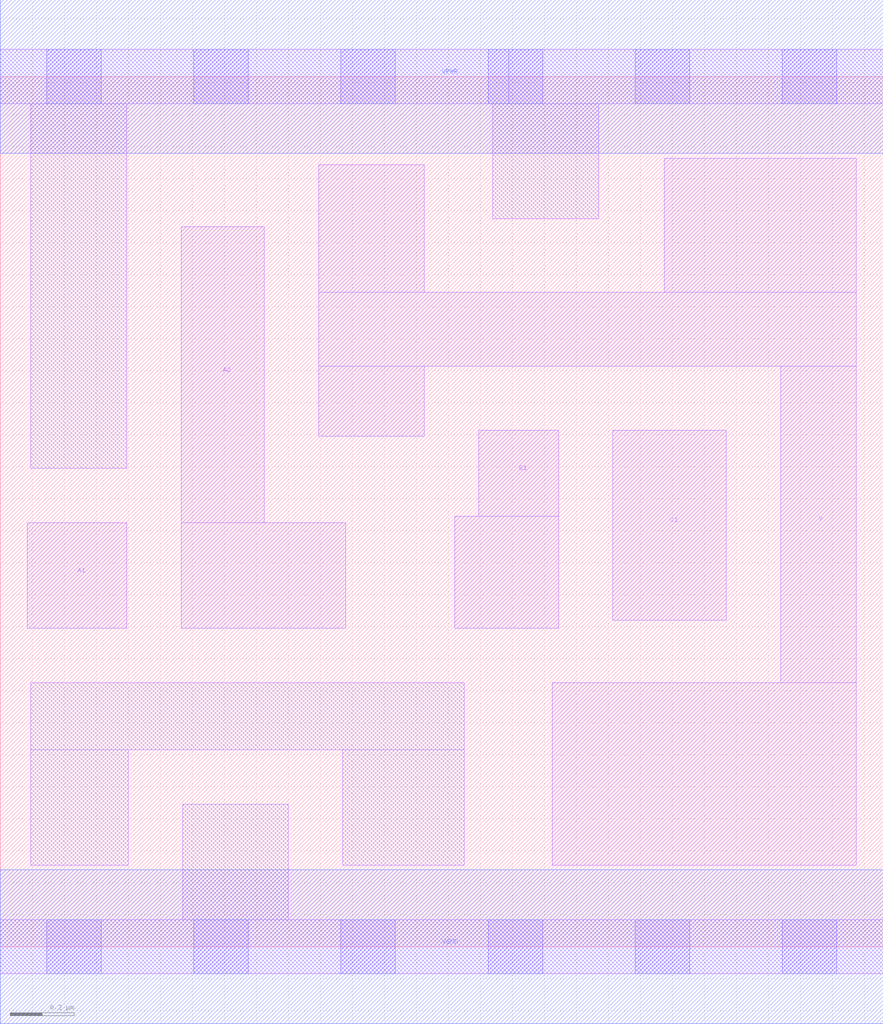
<source format=lef>
# Copyright 2020 The SkyWater PDK Authors
#
# Licensed under the Apache License, Version 2.0 (the "License");
# you may not use this file except in compliance with the License.
# You may obtain a copy of the License at
#
#     https://www.apache.org/licenses/LICENSE-2.0
#
# Unless required by applicable law or agreed to in writing, software
# distributed under the License is distributed on an "AS IS" BASIS,
# WITHOUT WARRANTIES OR CONDITIONS OF ANY KIND, either express or implied.
# See the License for the specific language governing permissions and
# limitations under the License.
#
# SPDX-License-Identifier: Apache-2.0

VERSION 5.7 ;
BUSBITCHARS "[]" ;
DIVIDERCHAR "/" ;
PROPERTYDEFINITIONS
  MACRO maskLayoutSubType STRING ;
  MACRO prCellType STRING ;
  MACRO originalViewName STRING ;
END PROPERTYDEFINITIONS
MACRO sky130_fd_sc_hdll__o211ai_1
  ORIGIN  0.000000  0.000000 ;
  CLASS CORE ;
  SYMMETRY X Y R90 ;
  SIZE  2.760000 BY  2.720000 ;
  SITE unithd ;
  PIN A1
    ANTENNAGATEAREA  0.277500 ;
    DIRECTION INPUT ;
    USE SIGNAL ;
    PORT
      LAYER li1 ;
        RECT 0.085000 0.995000 0.395000 1.325000 ;
    END
  END A1
  PIN A2
    ANTENNAGATEAREA  0.277500 ;
    DIRECTION INPUT ;
    USE SIGNAL ;
    PORT
      LAYER li1 ;
        RECT 0.565000 0.995000 1.080000 1.325000 ;
        RECT 0.565000 1.325000 0.825000 2.250000 ;
    END
  END A2
  PIN B1
    ANTENNAGATEAREA  0.277500 ;
    DIRECTION INPUT ;
    USE SIGNAL ;
    PORT
      LAYER li1 ;
        RECT 1.420000 0.995000 1.745000 1.345000 ;
        RECT 1.495000 1.345000 1.745000 1.615000 ;
    END
  END B1
  PIN C1
    ANTENNAGATEAREA  0.277500 ;
    DIRECTION INPUT ;
    USE SIGNAL ;
    PORT
      LAYER li1 ;
        RECT 1.915000 1.020000 2.270000 1.615000 ;
    END
  END C1
  PIN VGND
    DIRECTION INOUT ;
    USE SIGNAL ;
    PORT
      LAYER met1 ;
        RECT 0.000000 -0.240000 2.760000 0.240000 ;
    END
  END VGND
  PIN VPWR
    DIRECTION INOUT ;
    USE SIGNAL ;
    PORT
      LAYER met1 ;
        RECT 0.000000 2.480000 2.760000 2.960000 ;
    END
  END VPWR
  PIN Y
    ANTENNADIFFAREA  1.297000 ;
    DIRECTION OUTPUT ;
    USE SIGNAL ;
    PORT
      LAYER li1 ;
        RECT 0.995000 1.595000 1.325000 1.815000 ;
        RECT 0.995000 1.815000 2.675000 2.045000 ;
        RECT 0.995000 2.045000 1.325000 2.445000 ;
        RECT 1.725000 0.255000 2.675000 0.825000 ;
        RECT 2.075000 2.045000 2.675000 2.465000 ;
        RECT 2.440000 0.825000 2.675000 1.815000 ;
    END
  END Y
  OBS
    LAYER li1 ;
      RECT 0.000000 -0.085000 2.760000 0.085000 ;
      RECT 0.000000  2.635000 2.760000 2.805000 ;
      RECT 0.095000  0.255000 0.400000 0.615000 ;
      RECT 0.095000  0.615000 1.450000 0.825000 ;
      RECT 0.095000  1.495000 0.395000 2.635000 ;
      RECT 0.570000  0.085000 0.900000 0.445000 ;
      RECT 1.070000  0.255000 1.450000 0.615000 ;
      RECT 1.540000  2.275000 1.870000 2.635000 ;
    LAYER mcon ;
      RECT 0.145000 -0.085000 0.315000 0.085000 ;
      RECT 0.145000  2.635000 0.315000 2.805000 ;
      RECT 0.605000 -0.085000 0.775000 0.085000 ;
      RECT 0.605000  2.635000 0.775000 2.805000 ;
      RECT 1.065000 -0.085000 1.235000 0.085000 ;
      RECT 1.065000  2.635000 1.235000 2.805000 ;
      RECT 1.525000 -0.085000 1.695000 0.085000 ;
      RECT 1.525000  2.635000 1.590000 2.805000 ;
      RECT 1.525000  2.635000 1.695000 2.805000 ;
      RECT 1.985000 -0.085000 2.155000 0.085000 ;
      RECT 1.985000  2.635000 2.155000 2.805000 ;
      RECT 2.445000 -0.085000 2.615000 0.085000 ;
      RECT 2.445000  2.635000 2.615000 2.805000 ;
  END
  PROPERTY maskLayoutSubType "abstract" ;
  PROPERTY prCellType "standard" ;
  PROPERTY originalViewName "layout" ;
END sky130_fd_sc_hdll__o211ai_1

</source>
